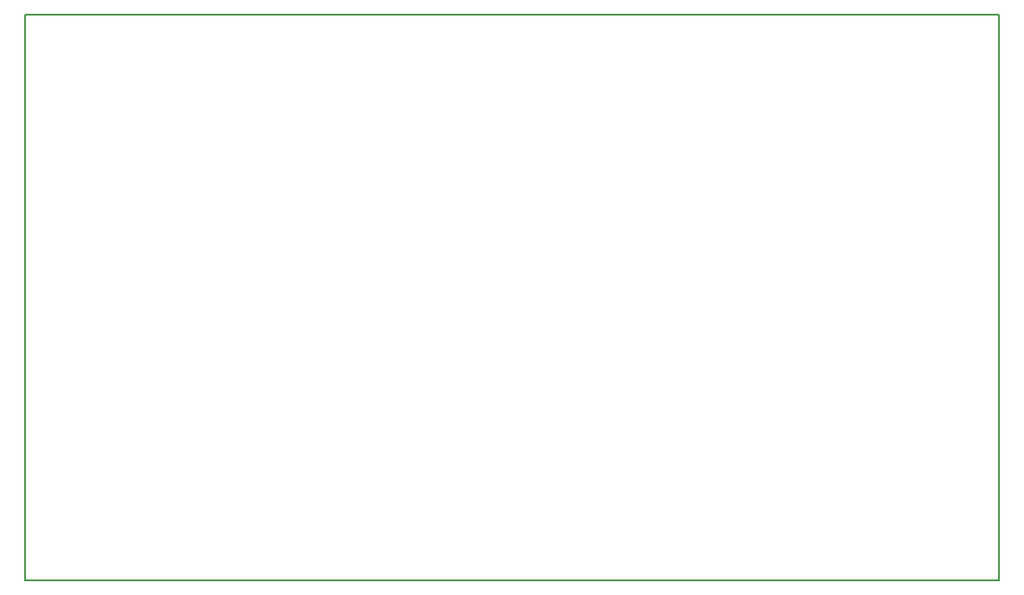
<source format=gbr>
G04 #@! TF.GenerationSoftware,KiCad,Pcbnew,5.1.4+dfsg1-1*
G04 #@! TF.CreationDate,2020-01-05T16:23:31-08:00*
G04 #@! TF.ProjectId,distance_meter_hardware,64697374-616e-4636-955f-6d657465725f,rev?*
G04 #@! TF.SameCoordinates,Original*
G04 #@! TF.FileFunction,Profile,NP*
%FSLAX46Y46*%
G04 Gerber Fmt 4.6, Leading zero omitted, Abs format (unit mm)*
G04 Created by KiCad (PCBNEW 5.1.4+dfsg1-1) date 2020-01-05 16:23:31*
%MOMM*%
%LPD*%
G04 APERTURE LIST*
%ADD10C,0.150000*%
G04 APERTURE END LIST*
D10*
X58420000Y-96520000D02*
X58420000Y-41020000D01*
X153920000Y-96520000D02*
X58420000Y-96520000D01*
X153920000Y-41020000D02*
X153920000Y-96520000D01*
X58420000Y-41020000D02*
X153920000Y-41020000D01*
M02*

</source>
